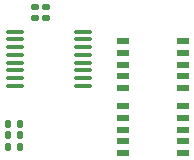
<source format=gtp>
%TF.GenerationSoftware,KiCad,Pcbnew,8.0.2*%
%TF.CreationDate,2024-05-07T13:49:06-06:00*%
%TF.ProjectId,encoder_protyping_board_high_current,656e636f-6465-4725-9f70-726f74797069,rev?*%
%TF.SameCoordinates,Original*%
%TF.FileFunction,Paste,Top*%
%TF.FilePolarity,Positive*%
%FSLAX46Y46*%
G04 Gerber Fmt 4.6, Leading zero omitted, Abs format (unit mm)*
G04 Created by KiCad (PCBNEW 8.0.2) date 2024-05-07 13:49:06*
%MOMM*%
%LPD*%
G01*
G04 APERTURE LIST*
G04 Aperture macros list*
%AMRoundRect*
0 Rectangle with rounded corners*
0 $1 Rounding radius*
0 $2 $3 $4 $5 $6 $7 $8 $9 X,Y pos of 4 corners*
0 Add a 4 corners polygon primitive as box body*
4,1,4,$2,$3,$4,$5,$6,$7,$8,$9,$2,$3,0*
0 Add four circle primitives for the rounded corners*
1,1,$1+$1,$2,$3*
1,1,$1+$1,$4,$5*
1,1,$1+$1,$6,$7*
1,1,$1+$1,$8,$9*
0 Add four rect primitives between the rounded corners*
20,1,$1+$1,$2,$3,$4,$5,0*
20,1,$1+$1,$4,$5,$6,$7,0*
20,1,$1+$1,$6,$7,$8,$9,0*
20,1,$1+$1,$8,$9,$2,$3,0*%
G04 Aperture macros list end*
%ADD10RoundRect,0.140000X0.170000X-0.140000X0.170000X0.140000X-0.170000X0.140000X-0.170000X-0.140000X0*%
%ADD11RoundRect,0.135000X0.135000X0.185000X-0.135000X0.185000X-0.135000X-0.185000X0.135000X-0.185000X0*%
%ADD12RoundRect,0.135000X-0.135000X-0.185000X0.135000X-0.185000X0.135000X0.185000X-0.135000X0.185000X0*%
%ADD13R,1.100000X0.510000*%
%ADD14RoundRect,0.100000X-0.637500X-0.100000X0.637500X-0.100000X0.637500X0.100000X-0.637500X0.100000X0*%
G04 APERTURE END LIST*
D10*
%TO.C,4.7\u00B5F*%
X189800000Y-100480000D03*
X189800000Y-99520000D03*
%TD*%
D11*
%TO.C,1.6K*%
X188550000Y-111400000D03*
X187530000Y-111400000D03*
%TD*%
D10*
%TO.C,10nF*%
X190780000Y-100480000D03*
X190780000Y-99520000D03*
%TD*%
D12*
%TO.C,1.6K*%
X187530000Y-110400000D03*
X188550000Y-110400000D03*
%TD*%
D13*
%TO.C,A3909*%
X197294888Y-102400000D03*
X197294888Y-103400000D03*
X197294888Y-104400000D03*
X197294888Y-105400000D03*
X197294888Y-106400000D03*
X202394888Y-106400000D03*
X202394888Y-105400000D03*
X202394888Y-104400000D03*
X202394888Y-103400000D03*
X202394888Y-102400000D03*
%TD*%
D12*
%TO.C,1.2K*%
X187530000Y-109400000D03*
X188550000Y-109400000D03*
%TD*%
D13*
%TO.C,A3909*%
X197294888Y-107900000D03*
X197294888Y-108900000D03*
X197294888Y-109900000D03*
X197294888Y-110900000D03*
X197294888Y-111900000D03*
X202394888Y-111900000D03*
X202394888Y-110900000D03*
X202394888Y-109900000D03*
X202394888Y-108900000D03*
X202394888Y-107900000D03*
%TD*%
D14*
%TO.C,PCA9629A*%
X188137500Y-101625000D03*
X188137500Y-102275000D03*
X188137500Y-102925000D03*
X188137500Y-103575000D03*
X188137500Y-104225000D03*
X188137500Y-104875000D03*
X188137500Y-105525000D03*
X188137500Y-106175000D03*
X193862500Y-106175000D03*
X193862500Y-105525000D03*
X193862500Y-104875000D03*
X193862500Y-104225000D03*
X193862500Y-103575000D03*
X193862500Y-102925000D03*
X193862500Y-102275000D03*
X193862500Y-101625000D03*
%TD*%
M02*

</source>
